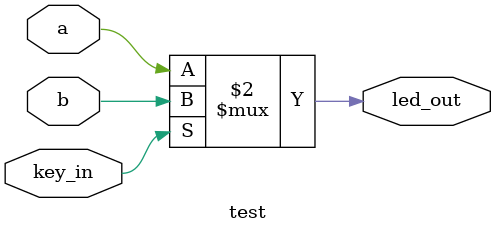
<source format=v>
module test (a,b,key_in,led_out);

input a;
input b;

input key_in;


output led_out;


assign led_out=(key_in==0) ? a:b;

endmodule

</source>
